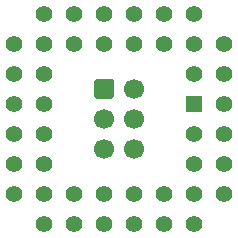
<source format=gbs>
%TF.GenerationSoftware,KiCad,Pcbnew,5.1.9+dfsg1-1+deb11u1*%
%TF.CreationDate,2022-11-10T09:50:42+01:00*%
%TF.ProjectId,A1200MPU-Adapter,41313230-304d-4505-952d-416461707465,2.0*%
%TF.SameCoordinates,Original*%
%TF.FileFunction,Soldermask,Bot*%
%TF.FilePolarity,Negative*%
%FSLAX46Y46*%
G04 Gerber Fmt 4.6, Leading zero omitted, Abs format (unit mm)*
G04 Created by KiCad (PCBNEW 5.1.9+dfsg1-1+deb11u1) date 2022-11-10 09:50:42*
%MOMM*%
%LPD*%
G01*
G04 APERTURE LIST*
%ADD10C,1.700000*%
%ADD11R,1.422400X1.422400*%
%ADD12C,1.422400*%
G04 APERTURE END LIST*
%TO.C,P1*%
G36*
G01*
X145200000Y-102454000D02*
X145200000Y-101254000D01*
G75*
G02*
X145450000Y-101004000I250000J0D01*
G01*
X146650000Y-101004000D01*
G75*
G02*
X146900000Y-101254000I0J-250000D01*
G01*
X146900000Y-102454000D01*
G75*
G02*
X146650000Y-102704000I-250000J0D01*
G01*
X145450000Y-102704000D01*
G75*
G02*
X145200000Y-102454000I0J250000D01*
G01*
G37*
D10*
X146050000Y-104394000D03*
X146050000Y-106934000D03*
X148590000Y-101854000D03*
X148590000Y-104394000D03*
X148590000Y-106934000D03*
%TD*%
D11*
%TO.C,U1*%
X153670000Y-103124000D03*
D12*
X153670000Y-105664000D03*
X153670000Y-108204000D03*
X153670000Y-100584000D03*
X153670000Y-98044000D03*
X156210000Y-105664000D03*
X156210000Y-108204000D03*
X156210000Y-110744000D03*
X156210000Y-103124000D03*
X156210000Y-100584000D03*
X153670000Y-110744000D03*
X151130000Y-110744000D03*
X148590000Y-110744000D03*
X146050000Y-110744000D03*
X143510000Y-110744000D03*
X153670000Y-113284000D03*
X151130000Y-113284000D03*
X148590000Y-113284000D03*
X146050000Y-113284000D03*
X143510000Y-113284000D03*
X140970000Y-113284000D03*
X140970000Y-110744000D03*
X140970000Y-108204000D03*
X140970000Y-105664000D03*
X140970000Y-103124000D03*
X140970000Y-100584000D03*
X140970000Y-95504000D03*
X138430000Y-110744000D03*
X138430000Y-108204000D03*
X138430000Y-105664000D03*
X138430000Y-103124000D03*
X138430000Y-100584000D03*
X138430000Y-98044000D03*
X140970000Y-98044000D03*
X143510000Y-98044000D03*
X146050000Y-98044000D03*
X148590000Y-98044000D03*
X151130000Y-98044000D03*
X156210000Y-98044000D03*
X143510000Y-95504000D03*
X146050000Y-95504000D03*
X148590000Y-95504000D03*
X151130000Y-95504000D03*
X153670000Y-95504000D03*
%TD*%
M02*

</source>
